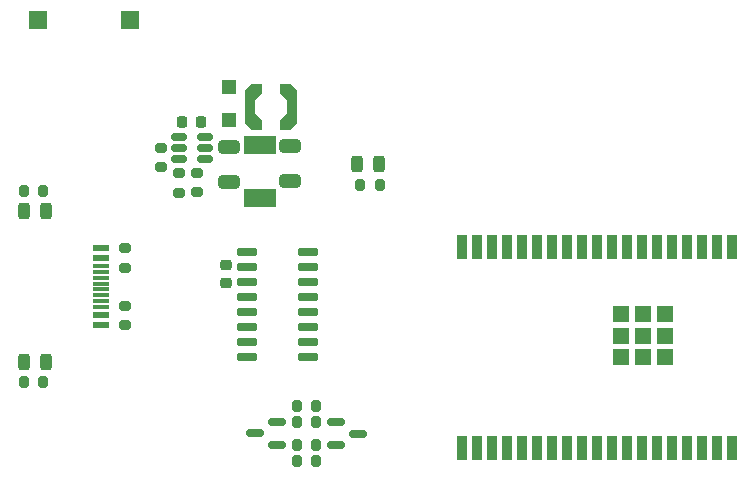
<source format=gbr>
%TF.GenerationSoftware,KiCad,Pcbnew,8.0.5*%
%TF.CreationDate,2024-12-12T18:20:32+01:00*%
%TF.ProjectId,Arduino_ESP,41726475-696e-46f5-9f45-53502e6b6963,rev?*%
%TF.SameCoordinates,Original*%
%TF.FileFunction,Paste,Top*%
%TF.FilePolarity,Positive*%
%FSLAX46Y46*%
G04 Gerber Fmt 4.6, Leading zero omitted, Abs format (unit mm)*
G04 Created by KiCad (PCBNEW 8.0.5) date 2024-12-12 18:20:32*
%MOMM*%
%LPD*%
G01*
G04 APERTURE LIST*
G04 Aperture macros list*
%AMRoundRect*
0 Rectangle with rounded corners*
0 $1 Rounding radius*
0 $2 $3 $4 $5 $6 $7 $8 $9 X,Y pos of 4 corners*
0 Add a 4 corners polygon primitive as box body*
4,1,4,$2,$3,$4,$5,$6,$7,$8,$9,$2,$3,0*
0 Add four circle primitives for the rounded corners*
1,1,$1+$1,$2,$3*
1,1,$1+$1,$4,$5*
1,1,$1+$1,$6,$7*
1,1,$1+$1,$8,$9*
0 Add four rect primitives between the rounded corners*
20,1,$1+$1,$2,$3,$4,$5,0*
20,1,$1+$1,$4,$5,$6,$7,0*
20,1,$1+$1,$6,$7,$8,$9,0*
20,1,$1+$1,$8,$9,$2,$3,0*%
%AMFreePoly0*
4,1,11,1.015000,1.170000,0.435000,0.575000,0.435000,-0.575000,1.015000,-1.170000,1.015000,-1.945000,0.125000,-1.945000,-0.435000,-1.395000,-0.435000,1.395000,0.125000,1.945000,1.015000,1.945000,1.015000,1.170000,1.015000,1.170000,$1*%
%AMFreePoly1*
4,1,11,0.435000,1.395000,0.435000,-1.395000,-0.125000,-1.945000,-1.015000,-1.945000,-1.015000,-1.170000,-0.435000,-0.575000,-0.435000,0.575000,-1.015000,1.170000,-1.015000,1.945000,-0.125000,1.945000,0.435000,1.395000,0.435000,1.395000,$1*%
G04 Aperture macros list end*
%ADD10RoundRect,0.250000X-0.650000X0.325000X-0.650000X-0.325000X0.650000X-0.325000X0.650000X0.325000X0*%
%ADD11RoundRect,0.150000X0.587500X0.150000X-0.587500X0.150000X-0.587500X-0.150000X0.587500X-0.150000X0*%
%ADD12R,1.500000X1.500000*%
%ADD13RoundRect,0.200000X-0.200000X-0.275000X0.200000X-0.275000X0.200000X0.275000X-0.200000X0.275000X0*%
%ADD14RoundRect,0.150000X-0.725000X-0.150000X0.725000X-0.150000X0.725000X0.150000X-0.725000X0.150000X0*%
%ADD15RoundRect,0.200000X0.200000X0.275000X-0.200000X0.275000X-0.200000X-0.275000X0.200000X-0.275000X0*%
%ADD16FreePoly0,0.000000*%
%ADD17FreePoly1,0.000000*%
%ADD18RoundRect,0.243750X0.243750X0.456250X-0.243750X0.456250X-0.243750X-0.456250X0.243750X-0.456250X0*%
%ADD19RoundRect,0.243750X-0.243750X-0.456250X0.243750X-0.456250X0.243750X0.456250X-0.243750X0.456250X0*%
%ADD20RoundRect,0.225000X0.250000X-0.225000X0.250000X0.225000X-0.250000X0.225000X-0.250000X-0.225000X0*%
%ADD21RoundRect,0.150000X-0.587500X-0.150000X0.587500X-0.150000X0.587500X0.150000X-0.587500X0.150000X0*%
%ADD22R,0.900000X2.000000*%
%ADD23R,1.330000X1.330000*%
%ADD24RoundRect,0.200000X0.275000X-0.200000X0.275000X0.200000X-0.275000X0.200000X-0.275000X-0.200000X0*%
%ADD25R,1.450000X0.600000*%
%ADD26R,1.450000X0.300000*%
%ADD27RoundRect,0.200000X-0.275000X0.200000X-0.275000X-0.200000X0.275000X-0.200000X0.275000X0.200000X0*%
%ADD28R,2.700000X1.500000*%
%ADD29RoundRect,0.225000X-0.225000X-0.250000X0.225000X-0.250000X0.225000X0.250000X-0.225000X0.250000X0*%
%ADD30RoundRect,0.150000X-0.512500X-0.150000X0.512500X-0.150000X0.512500X0.150000X-0.512500X0.150000X0*%
%ADD31R,1.200000X1.200000*%
G04 APERTURE END LIST*
D10*
%TO.C,C2*%
X136601200Y-75131400D03*
X136601200Y-78081400D03*
%TD*%
D11*
%TO.C,IC2*%
X140652000Y-100340200D03*
X140652000Y-98440200D03*
X138777000Y-99390200D03*
%TD*%
D12*
%TO.C,SW1*%
X128207600Y-64414400D03*
X120407600Y-64414400D03*
%TD*%
D13*
%TO.C,R10*%
X119215400Y-94996000D03*
X120865400Y-94996000D03*
%TD*%
D14*
%TO.C,U1*%
X138106000Y-84023200D03*
X138106000Y-85293200D03*
X138106000Y-86563200D03*
X138106000Y-87833200D03*
X138106000Y-89103200D03*
X138106000Y-90373200D03*
X138106000Y-91643200D03*
X138106000Y-92913200D03*
X143256000Y-92913200D03*
X143256000Y-91643200D03*
X143256000Y-90373200D03*
X143256000Y-89103200D03*
X143256000Y-87833200D03*
X143256000Y-86563200D03*
X143256000Y-85293200D03*
X143256000Y-84023200D03*
%TD*%
D15*
%TO.C,R5*%
X143966200Y-100355400D03*
X142316200Y-100355400D03*
%TD*%
D16*
%TO.C,L1*%
X138392200Y-71729600D03*
D17*
X141922200Y-71729600D03*
%TD*%
D18*
%TO.C,D5*%
X149324300Y-76606400D03*
X147449300Y-76606400D03*
%TD*%
D19*
%TO.C,D2*%
X119204500Y-80568800D03*
X121079500Y-80568800D03*
%TD*%
D20*
%TO.C,C1*%
X136312200Y-86669000D03*
X136312200Y-85119000D03*
%TD*%
D21*
%TO.C,IC3*%
X145658100Y-98455400D03*
X145658100Y-100355400D03*
X147533100Y-99405400D03*
%TD*%
D22*
%TO.C,IC1*%
X179147000Y-83616000D03*
X177877000Y-83616000D03*
X176607000Y-83616000D03*
X175337000Y-83616000D03*
X174067000Y-83616000D03*
X172797000Y-83616000D03*
X171527000Y-83616000D03*
X170257000Y-83616000D03*
X168987000Y-83616000D03*
X167717000Y-83616000D03*
X166447000Y-83616000D03*
X165177000Y-83616000D03*
X163907000Y-83616000D03*
X162637000Y-83616000D03*
X161367000Y-83616000D03*
X160097000Y-83616000D03*
X158827000Y-83616000D03*
X157557000Y-83616000D03*
X156287000Y-83616000D03*
X156287000Y-100616000D03*
X157557000Y-100616000D03*
X158827000Y-100616000D03*
X160097000Y-100616000D03*
X161367000Y-100616000D03*
X162637000Y-100616000D03*
X163907000Y-100616000D03*
X165177000Y-100616000D03*
X166447000Y-100616000D03*
X167717000Y-100616000D03*
X168987000Y-100616000D03*
X170257000Y-100616000D03*
X171527000Y-100616000D03*
X172797000Y-100616000D03*
X174067000Y-100616000D03*
X175337000Y-100616000D03*
X176607000Y-100616000D03*
X177877000Y-100616000D03*
X179147000Y-100616000D03*
D23*
X173482000Y-89281000D03*
X171647000Y-89281000D03*
X169812000Y-89281000D03*
X169812000Y-91116000D03*
X169812000Y-92951000D03*
X171647000Y-92951000D03*
X173482000Y-92951000D03*
X173482000Y-91116000D03*
X171647000Y-91116000D03*
%TD*%
D24*
%TO.C,R14*%
X127762000Y-85356200D03*
X127762000Y-83706200D03*
%TD*%
D25*
%TO.C,J6*%
X125780800Y-83700000D03*
X125780800Y-84500000D03*
D26*
X125780800Y-85700000D03*
X125780800Y-86700000D03*
X125780800Y-87200000D03*
X125780800Y-88200000D03*
D25*
X125780800Y-89400000D03*
X125780800Y-90200000D03*
X125780800Y-90200000D03*
X125780800Y-89400000D03*
D26*
X125780800Y-88700000D03*
X125780800Y-87700000D03*
X125780800Y-86200000D03*
X125780800Y-85200000D03*
D25*
X125780800Y-84500000D03*
X125780800Y-83700000D03*
%TD*%
D24*
%TO.C,R9*%
X133908800Y-78955400D03*
X133908800Y-77305400D03*
%TD*%
D15*
%TO.C,R23*%
X149364200Y-78333600D03*
X147714200Y-78333600D03*
%TD*%
D13*
%TO.C,R6*%
X142316200Y-98425000D03*
X143966200Y-98425000D03*
%TD*%
%TO.C,R7*%
X142316200Y-97053400D03*
X143966200Y-97053400D03*
%TD*%
D27*
%TO.C,R15*%
X127762000Y-88583000D03*
X127762000Y-90233000D03*
%TD*%
D10*
%TO.C,C4*%
X141782800Y-75082400D03*
X141782800Y-78032400D03*
%TD*%
D24*
%TO.C,R12*%
X132334000Y-79006200D03*
X132334000Y-77356200D03*
%TD*%
D28*
%TO.C,D3*%
X139192000Y-79453000D03*
X139192000Y-74931800D03*
%TD*%
D13*
%TO.C,R11*%
X119203200Y-78892400D03*
X120853200Y-78892400D03*
%TD*%
%TO.C,R8*%
X142316200Y-101727000D03*
X143966200Y-101727000D03*
%TD*%
D29*
%TO.C,C3*%
X132638800Y-72999600D03*
X134188800Y-72999600D03*
%TD*%
D30*
%TO.C,U2*%
X132314100Y-74256400D03*
X132314100Y-75206400D03*
X132314100Y-76156400D03*
X134589100Y-76156400D03*
X134589100Y-75206400D03*
X134589100Y-74256400D03*
%TD*%
D24*
%TO.C,R13*%
X130810000Y-76872600D03*
X130810000Y-75222600D03*
%TD*%
D19*
%TO.C,D1*%
X119204500Y-93319600D03*
X121079500Y-93319600D03*
%TD*%
D31*
%TO.C,D4*%
X136550400Y-70075600D03*
X136550400Y-72875600D03*
%TD*%
M02*

</source>
